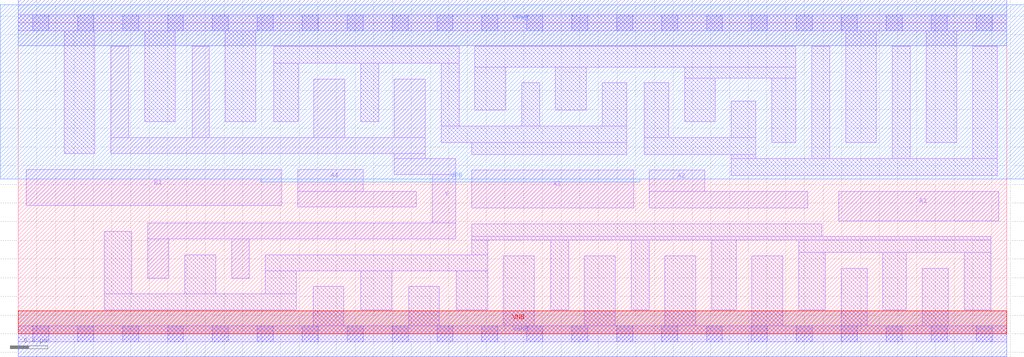
<source format=lef>
# Copyright 2020 The SkyWater PDK Authors
#
# Licensed under the Apache License, Version 2.0 (the "License");
# you may not use this file except in compliance with the License.
# You may obtain a copy of the License at
#
#     https://www.apache.org/licenses/LICENSE-2.0
#
# Unless required by applicable law or agreed to in writing, software
# distributed under the License is distributed on an "AS IS" BASIS,
# WITHOUT WARRANTIES OR CONDITIONS OF ANY KIND, either express or implied.
# See the License for the specific language governing permissions and
# limitations under the License.
#
# SPDX-License-Identifier: Apache-2.0

VERSION 5.7 ;
  NOWIREEXTENSIONATPIN ON ;
  DIVIDERCHAR "/" ;
  BUSBITCHARS "[]" ;
MACRO sky130_fd_sc_lp__o41ai_4
  CLASS CORE ;
  FOREIGN sky130_fd_sc_lp__o41ai_4 ;
  ORIGIN  0.000000  0.000000 ;
  SIZE  10.56000 BY  3.330000 ;
  SYMMETRY X Y R90 ;
  SITE unit ;
  PIN A1
    ANTENNAGATEAREA  1.260000 ;
    DIRECTION INPUT ;
    USE SIGNAL ;
    PORT
      LAYER li1 ;
        RECT 8.765000 1.210000 10.475000 1.525000 ;
    END
  END A1
  PIN A2
    ANTENNAGATEAREA  1.260000 ;
    DIRECTION INPUT ;
    USE SIGNAL ;
    PORT
      LAYER li1 ;
        RECT 6.745000 1.345000 8.435000 1.525000 ;
        RECT 6.745000 1.525000 7.335000 1.750000 ;
    END
  END A2
  PIN A3
    ANTENNAGATEAREA  1.260000 ;
    DIRECTION INPUT ;
    USE SIGNAL ;
    PORT
      LAYER li1 ;
        RECT 4.845000 1.345000 6.575000 1.750000 ;
    END
  END A3
  PIN A4
    ANTENNAGATEAREA  1.260000 ;
    DIRECTION INPUT ;
    USE SIGNAL ;
    PORT
      LAYER li1 ;
        RECT 2.985000 1.355000 4.255000 1.525000 ;
        RECT 2.985000 1.525000 3.685000 1.760000 ;
    END
  END A4
  PIN B1
    ANTENNAGATEAREA  1.260000 ;
    DIRECTION INPUT ;
    USE SIGNAL ;
    PORT
      LAYER li1 ;
        RECT 0.085000 1.375000 2.815000 1.760000 ;
    END
  END B1
  PIN Y
    ANTENNADIFFAREA  1.881600 ;
    DIRECTION OUTPUT ;
    USE SIGNAL ;
    PORT
      LAYER li1 ;
        RECT 0.990000 1.930000 4.350000 2.100000 ;
        RECT 0.990000 2.100000 1.180000 3.075000 ;
        RECT 1.385000 0.595000 1.610000 1.015000 ;
        RECT 1.385000 1.015000 4.675000 1.185000 ;
        RECT 1.860000 2.100000 2.040000 3.075000 ;
        RECT 2.280000 0.595000 2.470000 1.015000 ;
        RECT 3.160000 2.100000 3.490000 2.725000 ;
        RECT 4.020000 1.705000 4.675000 1.875000 ;
        RECT 4.020000 1.875000 4.350000 1.930000 ;
        RECT 4.020000 2.100000 4.350000 2.725000 ;
        RECT 4.425000 1.185000 4.675000 1.705000 ;
    END
  END Y
  PIN VGND
    DIRECTION INOUT ;
    USE GROUND ;
    PORT
      LAYER met1 ;
        RECT 0.000000 -0.245000 10.560000 0.245000 ;
    END
  END VGND
  PIN VNB
    DIRECTION INOUT ;
    USE GROUND ;
    PORT
      LAYER pwell ;
        RECT 0.000000 0.000000 10.560000 0.245000 ;
    END
  END VNB
  PIN VPB
    DIRECTION INOUT ;
    USE POWER ;
    PORT
      LAYER nwell ;
        RECT -0.190000 1.655000 10.750000 3.520000 ;
        RECT  2.590000 1.625000  6.640000 1.655000 ;
    END
  END VPB
  PIN VPWR
    DIRECTION INOUT ;
    USE POWER ;
    PORT
      LAYER met1 ;
        RECT 0.000000 3.085000 10.560000 3.575000 ;
    END
  END VPWR
  OBS
    LAYER li1 ;
      RECT  0.000000 -0.085000 10.560000 0.085000 ;
      RECT  0.000000  3.245000 10.560000 3.415000 ;
      RECT  0.490000  1.930000  0.820000 3.245000 ;
      RECT  0.920000  0.255000  2.970000 0.425000 ;
      RECT  0.920000  0.425000  1.215000 1.095000 ;
      RECT  1.350000  2.270000  1.680000 3.245000 ;
      RECT  1.780000  0.425000  2.110000 0.845000 ;
      RECT  2.210000  2.270000  2.540000 3.245000 ;
      RECT  2.640000  0.425000  2.970000 0.675000 ;
      RECT  2.640000  0.675000  5.015000 0.845000 ;
      RECT  2.730000  2.270000  2.990000 2.895000 ;
      RECT  2.730000  2.895000  4.710000 3.075000 ;
      RECT  3.150000  0.085000  3.480000 0.505000 ;
      RECT  3.660000  0.255000  3.990000 0.675000 ;
      RECT  3.660000  2.270000  3.850000 2.895000 ;
      RECT  4.170000  0.085000  4.500000 0.505000 ;
      RECT  4.520000  2.045000  6.500000 2.225000 ;
      RECT  4.520000  2.225000  4.710000 2.895000 ;
      RECT  4.680000  0.255000  5.015000 0.675000 ;
      RECT  4.845000  0.845000  5.015000 1.005000 ;
      RECT  4.845000  1.005000 10.390000 1.040000 ;
      RECT  4.845000  1.040000  8.585000 1.175000 ;
      RECT  4.845000  1.920000  6.500000 2.045000 ;
      RECT  4.880000  2.395000  5.210000 2.855000 ;
      RECT  4.880000  2.855000  8.310000 3.075000 ;
      RECT  5.185000  0.085000  5.515000 0.835000 ;
      RECT  5.380000  2.225000  5.570000 2.685000 ;
      RECT  5.690000  0.255000  5.880000 1.005000 ;
      RECT  5.740000  2.395000  6.070000 2.855000 ;
      RECT  6.050000  0.085000  6.380000 0.835000 ;
      RECT  6.240000  2.225000  6.500000 2.685000 ;
      RECT  6.550000  0.255000  6.740000 1.005000 ;
      RECT  6.690000  1.920000  7.880000 2.100000 ;
      RECT  6.690000  2.100000  6.950000 2.685000 ;
      RECT  6.910000  0.085000  7.240000 0.835000 ;
      RECT  7.120000  2.270000  7.450000 2.735000 ;
      RECT  7.120000  2.735000  8.310000 2.855000 ;
      RECT  7.410000  0.255000  7.670000 1.005000 ;
      RECT  7.620000  1.695000 10.460000 1.875000 ;
      RECT  7.620000  1.875000  7.880000 1.920000 ;
      RECT  7.620000  2.100000  7.880000 2.490000 ;
      RECT  7.840000  0.085000  8.170000 0.835000 ;
      RECT  8.050000  2.045000  8.310000 2.735000 ;
      RECT  8.340000  0.255000  8.625000 0.870000 ;
      RECT  8.340000  0.870000 10.390000 1.005000 ;
      RECT  8.480000  1.875000  8.670000 3.075000 ;
      RECT  8.795000  0.085000  9.070000 0.700000 ;
      RECT  8.840000  2.045000  9.170000 3.245000 ;
      RECT  9.240000  0.255000  9.490000 0.870000 ;
      RECT  9.340000  1.875000  9.530000 3.075000 ;
      RECT  9.660000  0.085000  9.940000 0.700000 ;
      RECT  9.700000  2.045000 10.030000 3.245000 ;
      RECT 10.110000  0.255000 10.390000 0.870000 ;
      RECT 10.200000  1.875000 10.460000 3.075000 ;
    LAYER mcon ;
      RECT  0.155000 -0.085000  0.325000 0.085000 ;
      RECT  0.155000  3.245000  0.325000 3.415000 ;
      RECT  0.635000 -0.085000  0.805000 0.085000 ;
      RECT  0.635000  3.245000  0.805000 3.415000 ;
      RECT  1.115000 -0.085000  1.285000 0.085000 ;
      RECT  1.115000  3.245000  1.285000 3.415000 ;
      RECT  1.595000 -0.085000  1.765000 0.085000 ;
      RECT  1.595000  3.245000  1.765000 3.415000 ;
      RECT  2.075000 -0.085000  2.245000 0.085000 ;
      RECT  2.075000  3.245000  2.245000 3.415000 ;
      RECT  2.555000 -0.085000  2.725000 0.085000 ;
      RECT  2.555000  3.245000  2.725000 3.415000 ;
      RECT  3.035000 -0.085000  3.205000 0.085000 ;
      RECT  3.035000  3.245000  3.205000 3.415000 ;
      RECT  3.515000 -0.085000  3.685000 0.085000 ;
      RECT  3.515000  3.245000  3.685000 3.415000 ;
      RECT  3.995000 -0.085000  4.165000 0.085000 ;
      RECT  3.995000  3.245000  4.165000 3.415000 ;
      RECT  4.475000 -0.085000  4.645000 0.085000 ;
      RECT  4.475000  3.245000  4.645000 3.415000 ;
      RECT  4.955000 -0.085000  5.125000 0.085000 ;
      RECT  4.955000  3.245000  5.125000 3.415000 ;
      RECT  5.435000 -0.085000  5.605000 0.085000 ;
      RECT  5.435000  3.245000  5.605000 3.415000 ;
      RECT  5.915000 -0.085000  6.085000 0.085000 ;
      RECT  5.915000  3.245000  6.085000 3.415000 ;
      RECT  6.395000 -0.085000  6.565000 0.085000 ;
      RECT  6.395000  3.245000  6.565000 3.415000 ;
      RECT  6.875000 -0.085000  7.045000 0.085000 ;
      RECT  6.875000  3.245000  7.045000 3.415000 ;
      RECT  7.355000 -0.085000  7.525000 0.085000 ;
      RECT  7.355000  3.245000  7.525000 3.415000 ;
      RECT  7.835000 -0.085000  8.005000 0.085000 ;
      RECT  7.835000  3.245000  8.005000 3.415000 ;
      RECT  8.315000 -0.085000  8.485000 0.085000 ;
      RECT  8.315000  3.245000  8.485000 3.415000 ;
      RECT  8.795000 -0.085000  8.965000 0.085000 ;
      RECT  8.795000  3.245000  8.965000 3.415000 ;
      RECT  9.275000 -0.085000  9.445000 0.085000 ;
      RECT  9.275000  3.245000  9.445000 3.415000 ;
      RECT  9.755000 -0.085000  9.925000 0.085000 ;
      RECT  9.755000  3.245000  9.925000 3.415000 ;
      RECT 10.235000 -0.085000 10.405000 0.085000 ;
      RECT 10.235000  3.245000 10.405000 3.415000 ;
  END
END sky130_fd_sc_lp__o41ai_4
END LIBRARY

</source>
